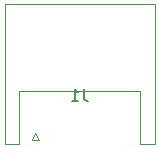
<source format=gbr>
G04 #@! TF.FileFunction,Legend,Bot*
%FSLAX46Y46*%
G04 Gerber Fmt 4.6, Leading zero omitted, Abs format (unit mm)*
G04 Created by KiCad (PCBNEW 4.0.6) date Tue Nov  6 18:34:32 2018*
%MOMM*%
%LPD*%
G01*
G04 APERTURE LIST*
%ADD10C,0.100000*%
%ADD11C,0.120000*%
%ADD12C,0.150000*%
G04 APERTURE END LIST*
D10*
D11*
X156454800Y-109141000D02*
X150104800Y-109141000D01*
X150104800Y-109141000D02*
X150104800Y-120941000D01*
X150104800Y-120941000D02*
X151304800Y-120941000D01*
X151304800Y-120941000D02*
X151304800Y-116441000D01*
X151304800Y-116441000D02*
X156454800Y-116441000D01*
X156454800Y-109141000D02*
X162804800Y-109141000D01*
X162804800Y-109141000D02*
X162804800Y-120941000D01*
X162804800Y-120941000D02*
X161604800Y-120941000D01*
X161604800Y-120941000D02*
X161604800Y-116441000D01*
X161604800Y-116441000D02*
X156454800Y-116441000D01*
X152704800Y-119991000D02*
X152404800Y-120591000D01*
X152404800Y-120591000D02*
X153004800Y-120591000D01*
X153004800Y-120591000D02*
X152704800Y-119991000D01*
D12*
X156797333Y-116292381D02*
X156797333Y-117006667D01*
X156844953Y-117149524D01*
X156940191Y-117244762D01*
X157083048Y-117292381D01*
X157178286Y-117292381D01*
X155797333Y-117292381D02*
X156368762Y-117292381D01*
X156083048Y-117292381D02*
X156083048Y-116292381D01*
X156178286Y-116435238D01*
X156273524Y-116530476D01*
X156368762Y-116578095D01*
M02*

</source>
